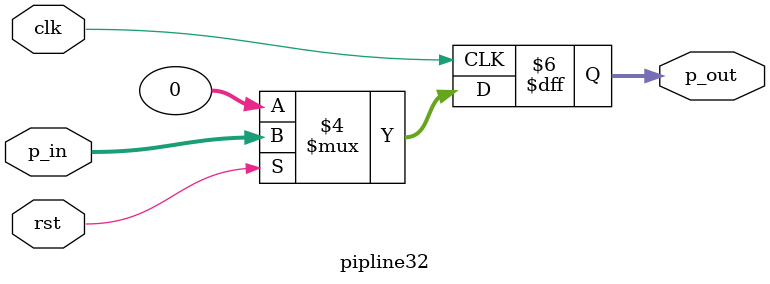
<source format=v>
module pipline32 #(
    parameter size = 32
) 
(
    input clk,
    input rst,
    input [size-1:0] p_in,
    output reg [size-1:0] p_out
);
    always @(posedge clk) begin
        if (!rst) begin
            p_out <= 0;
        end
        else begin
            p_out <= p_in;
        end
    end
endmodule

</source>
